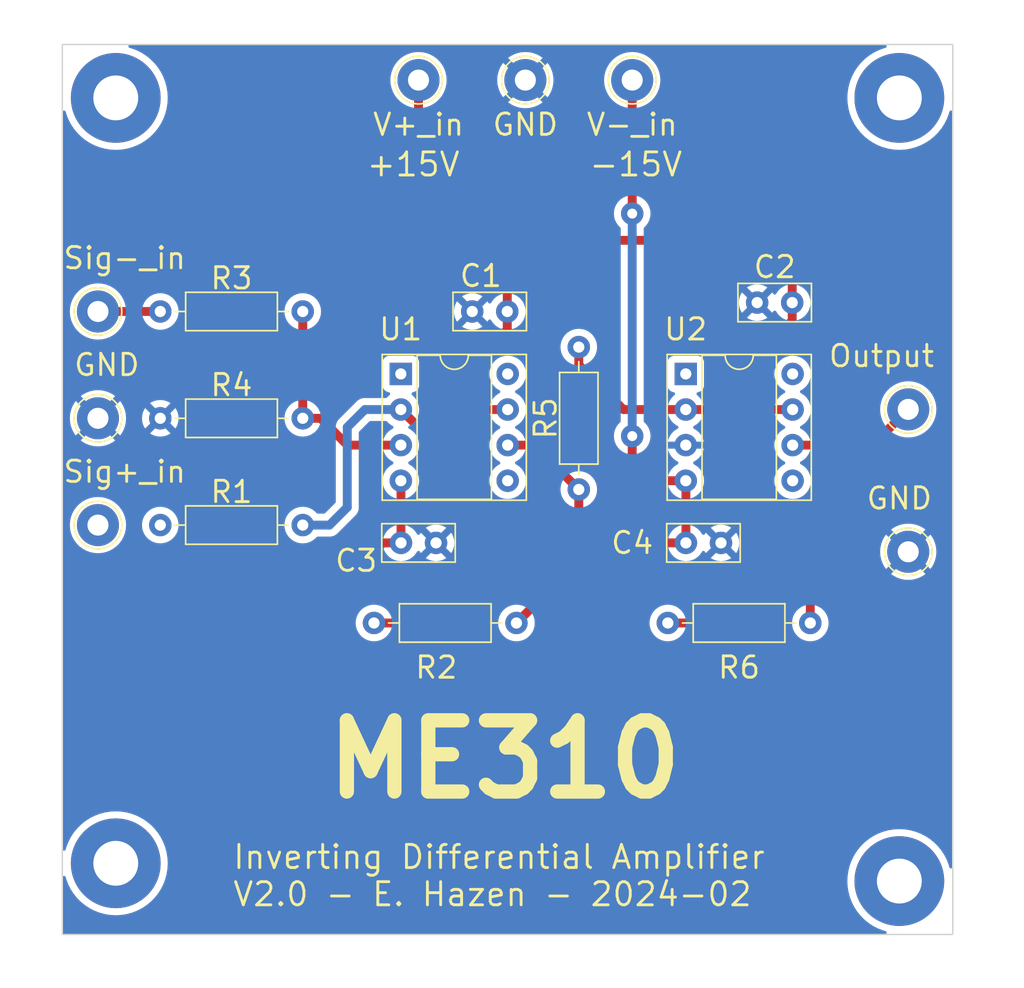
<source format=kicad_pcb>
(kicad_pcb (version 20221018) (generator pcbnew)
  (layers (0 "F.Cu" signal) (31 "B.Cu" signal) (34 "B.Paste" user) (35 "F.Paste" user) (36 "B.SilkS" user "B.Silkscreen") (37 "F.SilkS" user "F.Silkscreen") (38 "B.Mask" user) (39 "F.Mask" user) (44 "Edge.Cuts" user))
  (net 0 "")
  (net 1 "+15V")
  (net 2 "GND")
  (net 3 "-15V")
  (net 4 "Net-(R1-Pad1)")
  (net 5 "Net-(U1--)")
  (net 6 "Net-(R2-Pad2)")
  (net 7 "Net-(R3-Pad1)")
  (net 8 "Net-(U1-+)")
  (net 9 "Net-(U2--)")
  (net 10 "Net-(R6-Pad1)")
  (footprint "Resistor_THT:R_Axial_DIN0207_L6.3mm_D2.5mm_P10.16mm_Horizontal" (layer "F.Cu") (at 108.585 102.87)
    (fp_text reference "R4" (at 5.08 -2.37) (layer "F.SilkS") (effects (font (size 1.524 1.524) (thickness 0.2032))))
    (fp_text value "R_US")
    (fp_line (start 1.04 0) (end 1.81 0) (stroke (width 0.12)) (layer "F.SilkS"))
    (fp_line (start 1.81 -1.37) (end 1.81 1.37) (stroke (width 0.12)) (layer "F.SilkS"))
    (fp_line (start 1.81 1.37) (end 8.35 1.37) (stroke (width 0.12)) (layer "F.SilkS"))
    (fp_line (start 8.35 -1.37) (end 1.81 -1.37) (stroke (width 0.12)) (layer "F.SilkS"))
    (fp_line (start 8.35 1.37) (end 8.35 -1.37) (stroke (width 0.12)) (layer "F.SilkS"))
    (fp_line (start 9.12 0) (end 8.35 0) (stroke (width 0.12)) (layer "F.SilkS"))
    (pad "1" thru_hole circle (at 0 0) (size 1.6 1.6) (drill 0.8) (layers "*.Cu" "*.Mask") (net 2 "GND"))
    (pad "2" thru_hole oval (at 10.16 0) (size 1.6 1.6) (drill 0.8) (layers "*.Cu" "*.Mask") (net 8 "Net-(U1-+)"))
  )
  (footprint "Resistor_THT:R_Axial_DIN0207_L6.3mm_D2.5mm_P10.16mm_Horizontal" (layer "F.Cu") (at 108.585 95.25)
    (fp_text reference "R3" (at 5.08 -2.37) (layer "F.SilkS") (effects (font (size 1.524 1.524) (thickness 0.2032))))
    (fp_text value "R_US")
    (fp_line (start 1.04 0) (end 1.81 0) (stroke (width 0.12)) (layer "F.SilkS"))
    (fp_line (start 1.81 -1.37) (end 1.81 1.37) (stroke (width 0.12)) (layer "F.SilkS"))
    (fp_line (start 1.81 1.37) (end 8.35 1.37) (stroke (width 0.12)) (layer "F.SilkS"))
    (fp_line (start 8.35 -1.37) (end 1.81 -1.37) (stroke (width 0.12)) (layer "F.SilkS"))
    (fp_line (start 8.35 1.37) (end 8.35 -1.37) (stroke (width 0.12)) (layer "F.SilkS"))
    (fp_line (start 9.12 0) (end 8.35 0) (stroke (width 0.12)) (layer "F.SilkS"))
    (pad "1" thru_hole circle (at 0 0) (size 1.6 1.6) (drill 0.8) (layers "*.Cu" "*.Mask") (net 7 "Net-(R3-Pad1)"))
    (pad "2" thru_hole oval (at 10.16 0) (size 1.6 1.6) (drill 0.8) (layers "*.Cu" "*.Mask") (net 8 "Net-(U1-+)"))
  )
  (footprint "Resistor_THT:R_Axial_DIN0207_L6.3mm_D2.5mm_P10.16mm_Horizontal" (layer "F.Cu") (at 154.94 117.475 180)
    (fp_text reference "R6" (at 5.08 -3.175) (layer "F.SilkS") (effects (font (size 1.524 1.524) (thickness 0.2032))))
    (fp_text value "R_US")
    (fp_line (start 1.04 0) (end 1.81 0) (stroke (width 0.12)) (layer "F.SilkS"))
    (fp_line (start 1.81 -1.37) (end 1.81 1.37) (stroke (width 0.12)) (layer "F.SilkS"))
    (fp_line (start 1.81 1.37) (end 8.35 1.37) (stroke (width 0.12)) (layer "F.SilkS"))
    (fp_line (start 8.35 -1.37) (end 1.81 -1.37) (stroke (width 0.12)) (layer "F.SilkS"))
    (fp_line (start 8.35 1.37) (end 8.35 -1.37) (stroke (width 0.12)) (layer "F.SilkS"))
    (fp_line (start 9.12 0) (end 8.35 0) (stroke (width 0.12)) (layer "F.SilkS"))
    (pad "1" thru_hole circle (at 0 0 180) (size 1.6 1.6) (drill 0.8) (layers "*.Cu" "*.Mask") (net 10 "Net-(R6-Pad1)"))
    (pad "2" thru_hole oval (at 10.16 0 180) (size 1.6 1.6) (drill 0.8) (layers "*.Cu" "*.Mask") (net 9 "Net-(U2--)"))
  )
  (footprint "TestPoint:TestPoint_Loop_D2.54mm_Drill1.5mm_Beaded" (layer "F.Cu") (at 134.62 78.74)
    (fp_text reference "TP3" hide)
    (fp_text value "GND" (at 0 3.175) (layer "F.SilkS") (effects (font (size 1.524 1.524) (thickness 0.2032))))
    (fp_circle (center 0 0) (end 1.7 0) (stroke (width 0.12)) (fill none) (layer "F.SilkS"))
    (pad "1" thru_hole circle (at 0 0) (size 3 3) (drill 1.5) (layers "*.Cu" "*.Mask") (net 2 "GND"))
  )
  (footprint "TestPoint:TestPoint_Loop_D2.54mm_Drill1.5mm_Beaded" (layer "F.Cu") (at 104.14 95.25)
    (fp_text reference "TP4" hide)
    (fp_text value "Sig-_in" (at 1.905 -3.81) (layer "F.SilkS") (effects (font (size 1.524 1.524) (thickness 0.2032))))
    (fp_circle (center 0 0) (end 1.7 0) (stroke (width 0.12)) (fill none) (layer "F.SilkS"))
    (pad "1" thru_hole circle (at 0 0) (size 3 3) (drill 1.5) (layers "*.Cu" "*.Mask") (net 7 "Net-(R3-Pad1)"))
  )
  (footprint "TestPoint:TestPoint_Loop_D2.54mm_Drill1.5mm_Beaded" (layer "F.Cu") (at 161.925 112.395)
    (fp_text reference "TP8" hide)
    (fp_text value "GND" (at -0.635 -3.81) (layer "F.SilkS") (effects (font (size 1.524 1.524) (thickness 0.2032))))
    (fp_circle (center 0 0) (end 1.7 0) (stroke (width 0.12)) (fill none) (layer "F.SilkS"))
    (pad "1" thru_hole circle (at 0 0) (size 3 3) (drill 1.5) (layers "*.Cu" "*.Mask") (net 2 "GND"))
  )
  (footprint "Capacitor_THT:C_Disc_D5.0mm_W2.5mm_P2.50mm" (layer "F.Cu") (at 146.07 111.76)
    (fp_text reference "C4" (at -3.83 0) (layer "F.SilkS") (effects (font (size 1.524 1.524) (thickness 0.2032))))
    (fp_text value "C")
    (fp_line (start -1.37 -1.37) (end -1.37 1.37) (stroke (width 0.12)) (layer "F.SilkS"))
    (fp_line (start -1.37 -1.37) (end 3.87 -1.37) (stroke (width 0.12)) (layer "F.SilkS"))
    (fp_line (start -1.37 1.37) (end 3.87 1.37) (stroke (width 0.12)) (layer "F.SilkS"))
    (fp_line (start 3.87 -1.37) (end 3.87 1.37) (stroke (width 0.12)) (layer "F.SilkS"))
    (pad "1" thru_hole circle (at 0 0) (size 1.6 1.6) (drill 0.8) (layers "*.Cu" "*.Mask") (net 3 "-15V"))
    (pad "2" thru_hole circle (at 2.5 0) (size 1.6 1.6) (drill 0.8) (layers "*.Cu" "*.Mask") (net 2 "GND"))
  )
  (footprint "Resistor_THT:R_Axial_DIN0207_L6.3mm_D2.5mm_P10.16mm_Horizontal" (layer "F.Cu") (at 108.585 110.49)
    (fp_text reference "R1" (at 5.08 -2.37) (layer "F.SilkS") (effects (font (size 1.524 1.524) (thickness 0.2032))))
    (fp_text value "R_US")
    (fp_line (start 1.04 0) (end 1.81 0) (stroke (width 0.12)) (layer "F.SilkS"))
    (fp_line (start 1.81 -1.37) (end 1.81 1.37) (stroke (width 0.12)) (layer "F.SilkS"))
    (fp_line (start 1.81 1.37) (end 8.35 1.37) (stroke (width 0.12)) (layer "F.SilkS"))
    (fp_line (start 8.35 -1.37) (end 1.81 -1.37) (stroke (width 0.12)) (layer "F.SilkS"))
    (fp_line (start 8.35 1.37) (end 8.35 -1.37) (stroke (width 0.12)) (layer "F.SilkS"))
    (fp_line (start 9.12 0) (end 8.35 0) (stroke (width 0.12)) (layer "F.SilkS"))
    (pad "1" thru_hole circle (at 0 0) (size 1.6 1.6) (drill 0.8) (layers "*.Cu" "*.Mask") (net 4 "Net-(R1-Pad1)"))
    (pad "2" thru_hole oval (at 10.16 0) (size 1.6 1.6) (drill 0.8) (layers "*.Cu" "*.Mask") (net 5 "Net-(U1--)"))
  )
  (footprint "MountingHole:MountingHole_3.2mm_M3_Pad" (layer "F.Cu") (at 161.29 135.89)
    (fp_text reference "H4" hide)
    (fp_text value "MountingHole")
    (pad "1" thru_hole circle (at 0 0) (size 6.4 6.4) (drill 3.2) (layers "*.Cu" "*.Mask"))
  )
  (footprint "MountingHole:MountingHole_3.2mm_M3_Pad" (layer "F.Cu") (at 105.41 80.01)
    (fp_text reference "H1" hide)
    (fp_text value "MountingHole")
    (pad "1" thru_hole circle (at 0 0) (size 6.4 6.4) (drill 3.2) (layers "*.Cu" "*.Mask"))
  )
  (footprint "MountingHole:MountingHole_3.2mm_M3_Pad" (layer "F.Cu") (at 105.41 134.62)
    (fp_text reference "H3" hide)
    (fp_text value "MountingHole")
    (pad "1" thru_hole circle (at 0 0) (size 6.4 6.4) (drill 3.2) (layers "*.Cu" "*.Mask"))
  )
  (footprint "TestPoint:TestPoint_Loop_D2.54mm_Drill1.5mm_Beaded" (layer "F.Cu") (at 104.14 110.49)
    (fp_text reference "TP5" hide)
    (fp_text value "Sig+_in" (at 1.905 -3.81) (layer "F.SilkS") (effects (font (size 1.524 1.524) (thickness 0.2032))))
    (fp_circle (center 0 0) (end 1.7 0) (stroke (width 0.12)) (fill none) (layer "F.SilkS"))
    (pad "1" thru_hole circle (at 0 0) (size 3 3) (drill 1.5) (layers "*.Cu" "*.Mask") (net 4 "Net-(R1-Pad1)"))
  )
  (footprint "Package_DIP:DIP-8_W7.62mm_Socket" (layer "F.Cu") (at 125.74 99.705)
    (fp_text reference "U1" (at -0.01 -3.185) (layer "F.SilkS") (effects (font (size 1.524 1.524) (thickness 0.2032))))
    (fp_text value "LM741")
    (fp_line (start -1.33 -1.39) (end -1.33 9.01) (stroke (width 0.12)) (layer "F.SilkS"))
    (fp_line (start -1.33 9.01) (end 8.95 9.01) (stroke (width 0.12)) (layer "F.SilkS"))
    (fp_line (start 1.16 -1.33) (end 1.16 8.95) (stroke (width 0.12)) (layer "F.SilkS"))
    (fp_line (start 1.16 8.95) (end 6.46 8.95) (stroke (width 0.12)) (layer "F.SilkS"))
    (fp_line (start 2.81 -1.33) (end 1.16 -1.33) (stroke (width 0.12)) (layer "F.SilkS"))
    (fp_line (start 6.46 -1.33) (end 4.81 -1.33) (stroke (width 0.12)) (layer "F.SilkS"))
    (fp_line (start 6.46 8.95) (end 6.46 -1.33) (stroke (width 0.12)) (layer "F.SilkS"))
    (fp_line (start 8.95 -1.39) (end -1.33 -1.39) (stroke (width 0.12)) (layer "F.SilkS"))
    (fp_line (start 8.95 9.01) (end 8.95 -1.39) (stroke (width 0.12)) (layer "F.SilkS"))
    (fp_arc (start 4.81 -1.33) (mid 3.81 -0.33) (end 2.81 -1.33) (stroke (width 0.12)) (layer "F.SilkS"))
    (pad "1" thru_hole rect (at 0 0) (size 1.6 1.6) (drill 0.8) (layers "*.Cu" "*.Mask"))
    (pad "2" thru_hole oval (at 0 2.54) (size 1.6 1.6) (drill 0.8) (layers "*.Cu" "*.Mask") (net 5 "Net-(U1--)"))
    (pad "3" thru_hole oval (at 0 5.08) (size 1.6 1.6) (drill 0.8) (layers "*.Cu" "*.Mask") (net 8 "Net-(U1-+)"))
    (pad "4" thru_hole oval (at 0 7.62) (size 1.6 1.6) (drill 0.8) (layers "*.Cu" "*.Mask") (net 3 "-15V"))
    (pad "5" thru_hole oval (at 7.62 7.62) (size 1.6 1.6) (drill 0.8) (layers "*.Cu" "*.Mask"))
    (pad "6" thru_hole oval (at 7.62 5.08) (size 1.6 1.6) (drill 0.8) (layers "*.Cu" "*.Mask") (net 6 "Net-(R2-Pad2)"))
    (pad "7" thru_hole oval (at 7.62 2.54) (size 1.6 1.6) (drill 0.8) (layers "*.Cu" "*.Mask") (net 1 "+15V"))
    (pad "8" thru_hole oval (at 7.62 0) (size 1.6 1.6) (drill 0.8) (layers "*.Cu" "*.Mask"))
  )
  (footprint "Resistor_THT:R_Axial_DIN0207_L6.3mm_D2.5mm_P10.16mm_Horizontal" (layer "F.Cu") (at 123.825 117.475)
    (fp_text reference "R2" (at 4.445 3.175) (layer "F.SilkS") (effects (font (size 1.524 1.524) (thickness 0.2032))))
    (fp_text value "R_US")
    (fp_line (start 1.04 0) (end 1.81 0) (stroke (width 0.12)) (layer "F.SilkS"))
    (fp_line (start 1.81 -1.37) (end 1.81 1.37) (stroke (width 0.12)) (layer "F.SilkS"))
    (fp_line (start 1.81 1.37) (end 8.35 1.37) (stroke (width 0.12)) (layer "F.SilkS"))
    (fp_line (start 8.35 -1.37) (end 1.81 -1.37) (stroke (width 0.12)) (layer "F.SilkS"))
    (fp_line (start 8.35 1.37) (end 8.35 -1.37) (stroke (width 0.12)) (layer "F.SilkS"))
    (fp_line (start 9.12 0) (end 8.35 0) (stroke (width 0.12)) (layer "F.SilkS"))
    (pad "1" thru_hole circle (at 0 0) (size 1.6 1.6) (drill 0.8) (layers "*.Cu" "*.Mask") (net 5 "Net-(U1--)"))
    (pad "2" thru_hole oval (at 10.16 0) (size 1.6 1.6) (drill 0.8) (layers "*.Cu" "*.Mask") (net 6 "Net-(R2-Pad2)"))
  )
  (footprint "TestPoint:TestPoint_Loop_D2.54mm_Drill1.5mm_Beaded" (layer "F.Cu") (at 104.14 102.87)
    (fp_text reference "TP6" hide)
    (fp_text value "GND" (at 0.635 -3.81) (layer "F.SilkS") (effects (font (size 1.524 1.524) (thickness 0.2032))))
    (fp_circle (center 0 0) (end 1.7 0) (stroke (width 0.12)) (fill none) (layer "F.SilkS"))
    (pad "1" thru_hole circle (at 0 0) (size 3 3) (drill 1.5) (layers "*.Cu" "*.Mask") (net 2 "GND"))
  )
  (footprint "Package_DIP:DIP-8_W7.62mm_Socket" (layer "F.Cu") (at 146.06 99.705)
    (fp_text reference "U2" (at -0.01 -3.185) (layer "F.SilkS") (effects (font (size 1.524 1.524) (thickness 0.2032))))
    (fp_text value "LM741")
    (fp_line (start -1.33 -1.39) (end -1.33 9.01) (stroke (width 0.12)) (layer "F.SilkS"))
    (fp_line (start -1.33 9.01) (end 8.95 9.01) (stroke (width 0.12)) (layer "F.SilkS"))
    (fp_line (start 1.16 -1.33) (end 1.16 8.95) (stroke (width 0.12)) (layer "F.SilkS"))
    (fp_line (start 1.16 8.95) (end 6.46 8.95) (stroke (width 0.12)) (layer "F.SilkS"))
    (fp_line (start 2.81 -1.33) (end 1.16 -1.33) (stroke (width 0.12)) (layer "F.SilkS"))
    (fp_line (start 6.46 -1.33) (end 4.81 -1.33) (stroke (width 0.12)) (layer "F.SilkS"))
    (fp_line (start 6.46 8.95) (end 6.46 -1.33) (stroke (width 0.12)) (layer "F.SilkS"))
    (fp_line (start 8.95 -1.39) (end -1.33 -1.39) (stroke (width 0.12)) (layer "F.SilkS"))
    (fp_line (start 8.95 9.01) (end 8.95 -1.39) (stroke (width 0.12)) (layer "F.SilkS"))
    (fp_arc (start 4.81 -1.33) (mid 3.81 -0.33) (end 2.81 -1.33) (stroke (width 0.12)) (layer "F.SilkS"))
    (pad "1" thru_hole rect (at 0 0) (size 1.6 1.6) (drill 0.8) (layers "*.Cu" "*.Mask"))
    (pad "2" thru_hole oval (at 0 2.54) (size 1.6 1.6) (drill 0.8) (layers "*.Cu" "*.Mask") (net 9 "Net-(U2--)"))
    (pad "3" thru_hole oval (at 0 5.08) (size 1.6 1.6) (drill 0.8) (layers "*.Cu" "*.Mask") (net 2 "GND"))
    (pad "4" thru_hole oval (at 0 7.62) (size 1.6 1.6) (drill 0.8) (layers "*.Cu" "*.Mask") (net 3 "-15V"))
    (pad "5" thru_hole oval (at 7.62 7.62) (size 1.6 1.6) (drill 0.8) (layers "*.Cu" "*.Mask"))
    (pad "6" thru_hole oval (at 7.62 5.08) (size 1.6 1.6) (drill 0.8) (layers "*.Cu" "*.Mask") (net 10 "Net-(R6-Pad1)"))
    (pad "7" thru_hole oval (at 7.62 2.54) (size 1.6 1.6) (drill 0.8) (layers "*.Cu" "*.Mask") (net 1 "+15V"))
    (pad "8" thru_hole oval (at 7.62 0) (size 1.6 1.6) (drill 0.8) (layers "*.Cu" "*.Mask"))
  )
  (footprint "TestPoint:TestPoint_Loop_D2.54mm_Drill1.5mm_Beaded" (layer "F.Cu") (at 142.24 78.74)
    (fp_text reference "TP2" hide)
    (fp_text value "V-_in" (at 0 3.175) (layer "F.SilkS") (effects (font (size 1.524 1.524) (thickness 0.2032))))
    (fp_circle (center 0 0) (end 1.7 0) (stroke (width 0.12)) (fill none) (layer "F.SilkS"))
    (pad "1" thru_hole circle (at 0 0) (size 3 3) (drill 1.5) (layers "*.Cu" "*.Mask") (net 3 "-15V"))
  )
  (footprint "MountingHole:MountingHole_3.2mm_M3_Pad" (layer "F.Cu") (at 161.29 80.01)
    (fp_text reference "H2" hide)
    (fp_text value "MountingHole")
    (pad "1" thru_hole circle (at 0 0) (size 6.4 6.4) (drill 3.2) (layers "*.Cu" "*.Mask"))
  )
  (footprint "TestPoint:TestPoint_Loop_D2.54mm_Drill1.5mm_Beaded" (layer "F.Cu") (at 127 78.74)
    (fp_text reference "TP1" hide)
    (fp_text value "V+_in" (at 0 3.175) (layer "F.SilkS") (effects (font (size 1.524 1.524) (thickness 0.2032))))
    (fp_circle (center 0 0) (end 1.7 0) (stroke (width 0.12)) (fill none) (layer "F.SilkS"))
    (pad "1" thru_hole circle (at 0 0) (size 3 3) (drill 1.5) (layers "*.Cu" "*.Mask") (net 1 "+15V"))
  )
  (footprint "Capacitor_THT:C_Disc_D5.0mm_W2.5mm_P2.50mm" (layer "F.Cu") (at 125.75 111.76)
    (fp_text reference "C3" (at -3.195 1.27) (layer "F.SilkS") (effects (font (size 1.524 1.524) (thickness 0.2032))))
    (fp_text value "C")
    (fp_line (start -1.37 -1.37) (end -1.37 1.37) (stroke (width 0.12)) (layer "F.SilkS"))
    (fp_line (start -1.37 -1.37) (end 3.87 -1.37) (stroke (width 0.12)) (layer "F.SilkS"))
    (fp_line (start -1.37 1.37) (end 3.87 1.37) (stroke (width 0.12)) (layer "F.SilkS"))
    (fp_line (start 3.87 -1.37) (end 3.87 1.37) (stroke (width 0.12)) (layer "F.SilkS"))
    (pad "1" thru_hole circle (at 0 0) (size 1.6 1.6) (drill 0.8) (layers "*.Cu" "*.Mask") (net 3 "-15V"))
    (pad "2" thru_hole circle (at 2.5 0) (size 1.6 1.6) (drill 0.8) (layers "*.Cu" "*.Mask") (net 2 "GND"))
  )
  (footprint "Resistor_THT:R_Axial_DIN0207_L6.3mm_D2.5mm_P10.16mm_Horizontal" (layer "F.Cu") (at 138.43 107.95 90)
    (fp_text reference "R5" (at 5.08 -2.37 90) (layer "F.SilkS") (effects (font (size 1.524 1.524) (thickness 0.2032))))
    (fp_text value "R_US")
    (fp_line (start 1.04 0) (end 1.81 0) (stroke (width 0.12)) (layer "F.SilkS"))
    (fp_line (start 1.81 -1.37) (end 1.81 1.37) (stroke (width 0.12)) (layer "F.SilkS"))
    (fp_line (start 1.81 1.37) (end 8.35 1.37) (stroke (width 0.12)) (layer "F.SilkS"))
    (fp_line (start 8.35 -1.37) (end 1.81 -1.37) (stroke (width 0.12)) (layer "F.SilkS"))
    (fp_line (start 8.35 1.37) (end 8.35 -1.37) (stroke (width 0.12)) (layer "F.SilkS"))
    (fp_line (start 9.12 0) (end 8.35 0) (stroke (width 0.12)) (layer "F.SilkS"))
    (pad "1" thru_hole circle (at 0 0 90) (size 1.6 1.6) (drill 0.8) (layers "*.Cu" "*.Mask") (net 6 "Net-(R2-Pad2)"))
    (pad "2" thru_hole oval (at 10.16 0 90) (size 1.6 1.6) (drill 0.8) (layers "*.Cu" "*.Mask") (net 9 "Net-(U2--)"))
  )
  (footprint "Capacitor_THT:C_Disc_D5.0mm_W2.5mm_P2.50mm" (layer "F.Cu") (at 133.33 95.25 180)
    (fp_text reference "C1" (at 1.885 2.54) (layer "F.SilkS") (effects (font (size 1.524 1.524) (thickness 0.2032))))
    (fp_text value "C")
    (fp_line (start -1.37 -1.37) (end -1.37 1.37) (stroke (width 0.12)) (layer "F.SilkS"))
    (fp_line (start -1.37 -1.37) (end 3.87 -1.37) (stroke (width 0.12)) (layer "F.SilkS"))
    (fp_line (start -1.37 1.37) (end 3.87 1.37) (stroke (width 0.12)) (layer "F.SilkS"))
    (fp_line (start 3.87 -1.37) (end 3.87 1.37) (stroke (width 0.12)) (layer "F.SilkS"))
    (pad "1" thru_hole circle (at 0 0 180) (size 1.6 1.6) (drill 0.8) (layers "*.Cu" "*.Mask") (net 1 "+15V"))
    (pad "2" thru_hole circle (at 2.5 0 180) (size 1.6 1.6) (drill 0.8) (layers "*.Cu" "*.Mask") (net 2 "GND"))
  )
  (footprint "TestPoint:TestPoint_Loop_D2.54mm_Drill1.5mm_Beaded" (layer "F.Cu") (at 161.925 102.235)
    (fp_text reference "TP7" hide)
    (fp_text value "Output" (at -1.905 -3.81) (layer "F.SilkS") (effects (font (size 1.524 1.524) (thickness 0.2032))))
    (fp_circle (center 0 0) (end 1.7 0) (stroke (width 0.12)) (fill none) (layer "F.SilkS"))
    (pad "1" thru_hole circle (at 0 0) (size 3 3) (drill 1.5) (layers "*.Cu" "*.Mask") (net 10 "Net-(R6-Pad1)"))
  )
  (footprint "Capacitor_THT:C_Disc_D5.0mm_W2.5mm_P2.50mm" (layer "F.Cu") (at 153.65 94.615 180)
    (fp_text reference "C2" (at 1.25 2.54) (layer "F.SilkS") (effects (font (size 1.524 1.524) (thickness 0.2032))))
    (fp_text value "C")
    (fp_line (start -1.37 -1.37) (end -1.37 1.37) (stroke (width 0.12)) (layer "F.SilkS"))
    (fp_line (start -1.37 -1.37) (end 3.87 -1.37) (stroke (width 0.12)) (layer "F.SilkS"))
    (fp_line (start -1.37 1.37) (end 3.87 1.37) (stroke (width 0.12)) (layer "F.SilkS"))
    (fp_line (start 3.87 -1.37) (end 3.87 1.37) (stroke (width 0.12)) (layer "F.SilkS"))
    (pad "1" thru_hole circle (at 0 0 180) (size 1.6 1.6) (drill 0.8) (layers "*.Cu" "*.Mask") (net 1 "+15V"))
    (pad "2" thru_hole circle (at 2.5 0 180) (size 1.6 1.6) (drill 0.8) (layers "*.Cu" "*.Mask") (net 2 "GND"))
  )
  (gr_line (start 101.6 76.2) (end 165.1 76.2) (stroke (width 0.1)) (layer "Edge.Cuts"))
  (gr_line (start 101.6 139.7) (end 101.6 76.2) (stroke (width 0.1)) (layer "Edge.Cuts"))
  (gr_line (start 165.1 139.7) (end 101.6 139.7) (stroke (width 0.1)) (layer "Edge.Cuts"))
  (gr_line (start 165.1 76.2) (end 165.1 139.7) (stroke (width 0.1)) (layer "Edge.Cuts"))
  (gr_text "+15V" (at 123.19 85.725) (layer "F.SilkS") (effects (font (size 1.651 1.651) (thickness 0.2032)) (justify left bottom)))
  (gr_text "-15V" (at 139.065 85.725) (layer "F.SilkS") (effects (font (size 1.651 1.651) (thickness 0.2032)) (justify left bottom)))
  (gr_text "Inverting Differential Amplifier\nV2.0 - E. Hazen - 2024-02" (at 113.665 137.795) (layer "F.SilkS") (effects (font (size 1.651 1.651) (thickness 0.2032)) (justify left bottom)))
  (gr_text "ME310" (at 120.015 130.175) (layer "F.SilkS") (effects (font (size 5.08 5.08) (thickness 1.016) bold) (justify left bottom)))
  (segment (start 127 78.74) (end 127 83.82) (width 0.635) (layer "F.Cu") (net 1))
  (segment (start 151.775 102.245) (end 153.68 102.245) (width 0.635) (layer "F.Cu") (net 1))
  (segment (start 127 83.82) (end 133.35 90.17) (width 0.635) (layer "F.Cu") (net 1))
  (segment (start 153.65 94.615) (end 153.65 95.905) (width 0.635) (layer "F.Cu") (net 1))
  (segment (start 130.81 99.06) (end 130.81 101.6) (width 0.635) (layer "F.Cu") (net 1))
  (segment (start 133.35 90.17) (end 133.33 90.19) (width 0.635) (layer "F.Cu") (net 1))
  (segment (start 130.81 101.6) (end 131.455 102.245) (width 0.635) (layer "F.Cu") (net 1))
  (segment (start 131.455 102.245) (end 133.36 102.245) (width 0.635) (layer "F.Cu") (net 1))
  (segment (start 153.67 91.44) (end 153.65 91.46) (width 0.635) (layer "F.Cu") (net 1))
  (segment (start 150.495 99.06) (end 150.495 100.965) (width 0.635) (layer "F.Cu") (net 1))
  (segment (start 150.495 100.965) (end 151.775 102.245) (width 0.635) (layer "F.Cu") (net 1))
  (segment (start 133.33 90.19) (end 133.33 95.25) (width 0.635) (layer "F.Cu") (net 1))
  (segment (start 152.4 90.17) (end 153.67 91.44) (width 0.635) (layer "F.Cu") (net 1))
  (segment (start 133.33 95.25) (end 133.33 96.54) (width 0.635) (layer "F.Cu") (net 1))
  (segment (start 153.65 91.46) (end 153.65 94.615) (width 0.635) (layer "F.Cu") (net 1))
  (segment (start 133.33 96.54) (end 130.81 99.06) (width 0.635) (layer "F.Cu") (net 1))
  (segment (start 153.65 95.905) (end 150.495 99.06) (width 0.635) (layer "F.Cu") (net 1))
  (segment (start 133.35 90.17) (end 152.4 90.17) (width 0.635) (layer "F.Cu") (net 1))
  (segment (start 137.16 121.92) (end 140.97 118.11) (width 0.635) (layer "F.Cu") (net 3))
  (segment (start 140.97 118.11) (end 140.97 113.665) (width 0.635) (layer "F.Cu") (net 3))
  (segment (start 120.65 120.65) (end 121.92 121.92) (width 0.635) (layer "F.Cu") (net 3))
  (segment (start 142.24 104.14) (end 142.24 106.68) (width 0.635) (layer "F.Cu") (net 3))
  (segment (start 121.92 121.92) (end 137.16 121.92) (width 0.635) (layer "F.Cu") (net 3))
  (segment (start 142.24 78.74) (end 142.24 88.265) (width 0.635) (layer "F.Cu") (net 3))
  (segment (start 140.97 113.665) (end 142.875 111.76) (width 0.635) (layer "F.Cu") (net 3))
  (segment (start 125.75 111.76) (end 124.46 111.76) (width 0.635) (layer "F.Cu") (net 3))
  (segment (start 142.885 107.325) (end 146.06 107.325) (width 0.635) (layer "F.Cu") (net 3))
  (segment (start 142.875 111.76) (end 146.07 111.76) (width 0.635) (layer "F.Cu") (net 3))
  (segment (start 120.65 115.57) (end 120.65 120.65) (width 0.635) (layer "F.Cu") (net 3))
  (segment (start 124.46 111.76) (end 120.65 115.57) (width 0.635) (layer "F.Cu") (net 3))
  (segment (start 125.75 111.76) (end 125.75 107.335) (width 0.635) (layer "F.Cu") (net 3))
  (segment (start 125.75 107.335) (end 125.74 107.325) (width 0.635) (layer "F.Cu") (net 3))
  (segment (start 146.07 107.335) (end 146.06 107.325) (width 0.635) (layer "F.Cu") (net 3))
  (segment (start 146.07 111.76) (end 146.07 107.335) (width 0.635) (layer "F.Cu") (net 3))
  (segment (start 142.24 106.68) (end 142.885 107.325) (width 0.635) (layer "F.Cu") (net 3))
  (via (at 142.24 104.14) (size 1.6002) (drill 0.7112) (layers "F.Cu" "B.Cu") (net 3))
  (via (at 142.24 88.265) (size 1.6002) (drill 0.7112) (layers "F.Cu" "B.Cu") (net 3))
  (segment (start 142.24 88.265) (end 142.24 104.14) (width 0.635) (layer "B.Cu") (net 3))
  (segment (start 131.445 114.3) (end 131.445 107.95) (width 0.635) (layer "F.Cu") (net 5))
  (segment (start 131.445 107.95) (end 125.74 102.245) (width 0.635) (layer "F.Cu") (net 5))
  (segment (start 123.825 117.475) (end 128.27 117.475) (width 0.635) (layer "F.Cu") (net 5))
  (segment (start 128.27 117.475) (end 131.445 114.3) (width 0.635) (layer "F.Cu") (net 5))
  (segment (start 123.18 102.245) (end 121.92 103.505) (width 0.635) (layer "B.Cu") (net 5))
  (segment (start 121.92 103.505) (end 121.92 109.22) (width 0.635) (layer "B.Cu") (net 5))
  (segment (start 125.74 102.245) (end 123.18 102.245) (width 0.635) (layer "B.Cu") (net 5))
  (segment (start 121.92 109.22) (end 120.65 110.49) (width 0.635) (layer "B.Cu") (net 5))
  (segment (start 120.65 110.49) (end 118.745 110.49) (width 0.635) (layer "B.Cu") (net 5))
  (segment (start 133.985 117.475) (end 138.43 113.03) (width 0.635) (layer "F.Cu") (net 6))
  (segment (start 138.43 113.03) (end 138.43 107.95) (width 0.635) (layer "F.Cu") (net 6))
  (segment (start 135.265 104.785) (end 138.43 107.95) (width 0.635) (layer "F.Cu") (net 6))
  (segment (start 133.36 104.785) (end 135.265 104.785) (width 0.635) (layer "F.Cu") (net 6))
  (segment (start 104.14 95.25) (end 108.585 95.25) (width 0.635) (layer "F.Cu") (net 7))
  (segment (start 118.745 95.25) (end 118.745 102.87) (width 0.635) (layer "F.Cu") (net 8))
  (segment (start 118.745 102.87) (end 120.015 102.87) (width 0.635) (layer "F.Cu") (net 8))
  (segment (start 121.93 104.785) (end 125.74 104.785) (width 0.635) (layer "F.Cu") (net 8))
  (segment (start 120.015 102.87) (end 121.93 104.785) (width 0.635) (layer "F.Cu") (net 8))
  (segment (start 141.615 102.245) (end 146.06 102.245) (width 0.635) (layer "F.Cu") (net 9))
  (segment (start 144.78 117.475) (end 146.685 117.475) (width 0.635) (layer "F.Cu") (net 9))
  (segment (start 146.685 117.475) (end 150.495 113.665) (width 0.635) (layer "F.Cu") (net 9))
  (segment (start 147.33 102.245) (end 146.06 102.245) (width 0.635) (layer "F.Cu") (net 9))
  (segment (start 150.495 105.41) (end 147.33 102.245) (width 0.635) (layer "F.Cu") (net 9))
  (segment (start 150.495 113.665) (end 150.495 105.41) (width 0.635) (layer "F.Cu") (net 9))
  (segment (start 138.43 97.79) (end 138.43 99.06) (width 0.635) (layer "F.Cu") (net 9))
  (segment (start 138.43 99.06) (end 141.615 102.245) (width 0.635) (layer "F.Cu") (net 9))
  (segment (start 156.845 112.395) (end 156.845 104.785) (width 0.635) (layer "F.Cu") (net 10))
  (segment (start 153.68 104.785) (end 156.845 104.785) (width 0.635) (layer "F.Cu") (net 10))
  (segment (start 154.94 117.475) (end 154.94 114.3) (width 0.635) (layer "F.Cu") (net 10))
  (segment (start 156.845 104.785) (end 159.375 104.785) (width 0.635) (layer "F.Cu") (net 10))
  (segment (start 154.94 114.3) (end 156.845 112.395) (width 0.635) (layer "F.Cu") (net 10))
  (segment (start 159.375 104.785) (end 161.925 102.235) (width 0.635) (layer "F.Cu") (net 10))
  (zone (net 2) (net_name "GND") (layer "B.Cu") (connect_pads (clearance 0.5)) (min_thickness 0.25) (fill yes (thermal_gap 0.5) (thermal_bridge_width 0.5))
    (polygon (pts (xy 97.155 73.025) (xy 170.18 73.025) (xy 170.18 143.51) (xy 97.155 143.51)))
  )
)
</source>
